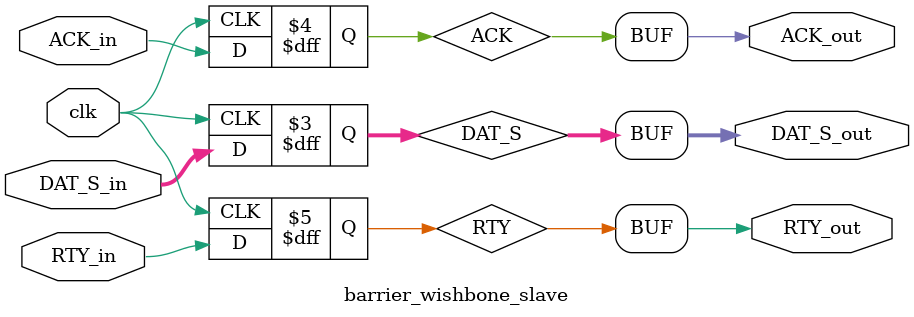
<source format=sv>
module barrier_wishbone_slave (
    /* INPUTS */
    input clk,
    input logic [127:0] DAT_S_in,
    input logic ACK_in,
    input logic RTY_in,

    /* OUTPUTS */
    output logic [127:0] DAT_S_out,
    output logic ACK_out,
    output logic RTY_out
);

logic [127:0] DAT_S;
logic ACK;
logic RTY;

initial begin
    DAT_S = 0;
    ACK = 0;
    RTY = 0;
end

always_ff @(posedge clk) begin
    DAT_S = DAT_S_in;
    ACK = ACK_in;
    RTY = RTY_in;
end

assign DAT_S_out = DAT_S;
assign ACK_out = ACK;
assign RTY_out = RTY;

endmodule : barrier_wishbone_slave

</source>
